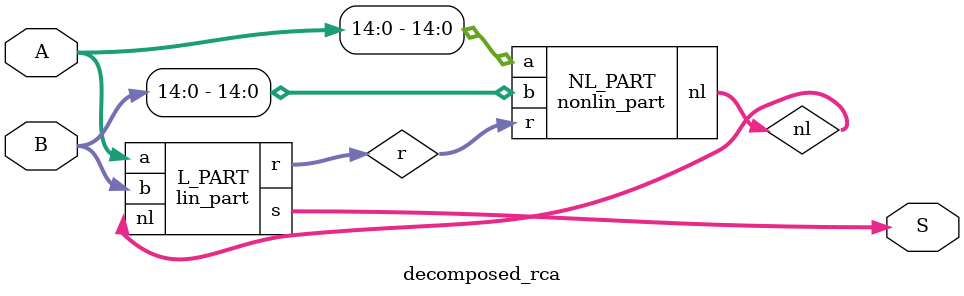
<source format=v>


module nonlin_part ( a, b, r, nl );
  input [14:0] a;
  input [14:0] b;
  input [12:0] r;
  output [42:0] nl;


  AN2D0 U1 ( .A1(r[1]), .A2(b[3]), .Z(nl[9]) );
  AN2D0 U2 ( .A1(a[3]), .A2(r[1]), .Z(nl[8]) );
  AN2D0 U3 ( .A1(a[3]), .A2(b[3]), .Z(nl[7]) );
  AN2D0 U4 ( .A1(r[0]), .A2(b[2]), .Z(nl[6]) );
  AN2D0 U5 ( .A1(a[2]), .A2(r[0]), .Z(nl[5]) );
  AN2D0 U6 ( .A1(a[2]), .A2(b[2]), .Z(nl[4]) );
  AN2D0 U7 ( .A1(r[12]), .A2(b[14]), .Z(nl[42]) );
  AN2D0 U8 ( .A1(a[14]), .A2(r[12]), .Z(nl[41]) );
  AN2D0 U9 ( .A1(a[14]), .A2(b[14]), .Z(nl[40]) );
  AN2D0 U10 ( .A1(b[1]), .A2(nl[0]), .Z(nl[3]) );
  AN2D0 U11 ( .A1(r[11]), .A2(b[13]), .Z(nl[39]) );
  AN2D0 U12 ( .A1(a[13]), .A2(r[11]), .Z(nl[38]) );
  AN2D0 U13 ( .A1(a[13]), .A2(b[13]), .Z(nl[37]) );
  AN2D0 U14 ( .A1(r[10]), .A2(b[12]), .Z(nl[36]) );
  AN2D0 U15 ( .A1(a[12]), .A2(r[10]), .Z(nl[35]) );
  AN2D0 U16 ( .A1(a[12]), .A2(b[12]), .Z(nl[34]) );
  AN2D0 U17 ( .A1(r[9]), .A2(b[11]), .Z(nl[33]) );
  AN2D0 U18 ( .A1(a[11]), .A2(r[9]), .Z(nl[32]) );
  AN2D0 U19 ( .A1(a[11]), .A2(b[11]), .Z(nl[31]) );
  AN2D0 U20 ( .A1(r[8]), .A2(b[10]), .Z(nl[30]) );
  AN2D0 U21 ( .A1(a[1]), .A2(nl[0]), .Z(nl[2]) );
  AN2D0 U22 ( .A1(a[10]), .A2(r[8]), .Z(nl[29]) );
  AN2D0 U23 ( .A1(a[10]), .A2(b[10]), .Z(nl[28]) );
  AN2D0 U24 ( .A1(r[7]), .A2(b[9]), .Z(nl[27]) );
  AN2D0 U25 ( .A1(a[9]), .A2(r[7]), .Z(nl[26]) );
  AN2D0 U26 ( .A1(a[9]), .A2(b[9]), .Z(nl[25]) );
  AN2D0 U27 ( .A1(r[6]), .A2(b[8]), .Z(nl[24]) );
  AN2D0 U28 ( .A1(a[8]), .A2(r[6]), .Z(nl[23]) );
  AN2D0 U29 ( .A1(a[8]), .A2(b[8]), .Z(nl[22]) );
  AN2D0 U30 ( .A1(r[5]), .A2(b[7]), .Z(nl[21]) );
  AN2D0 U31 ( .A1(a[7]), .A2(r[5]), .Z(nl[20]) );
  AN2D0 U32 ( .A1(a[1]), .A2(b[1]), .Z(nl[1]) );
  AN2D0 U33 ( .A1(a[7]), .A2(b[7]), .Z(nl[19]) );
  AN2D0 U34 ( .A1(r[4]), .A2(b[6]), .Z(nl[18]) );
  AN2D0 U35 ( .A1(a[6]), .A2(r[4]), .Z(nl[17]) );
  AN2D0 U36 ( .A1(a[6]), .A2(b[6]), .Z(nl[16]) );
  AN2D0 U37 ( .A1(r[3]), .A2(b[5]), .Z(nl[15]) );
  AN2D0 U38 ( .A1(a[5]), .A2(r[3]), .Z(nl[14]) );
  AN2D0 U39 ( .A1(a[5]), .A2(b[5]), .Z(nl[13]) );
  AN2D0 U40 ( .A1(r[2]), .A2(b[4]), .Z(nl[12]) );
  AN2D0 U41 ( .A1(a[4]), .A2(r[2]), .Z(nl[11]) );
  AN2D0 U42 ( .A1(a[4]), .A2(b[4]), .Z(nl[10]) );
  AN2D0 U43 ( .A1(b[0]), .A2(a[0]), .Z(nl[0]) );
endmodule


module lin_part ( a, b, nl, s, r );
  input [15:0] a;
  input [15:0] b;
  input [42:0] nl;
  output [15:0] s;
  output [12:0] r;
  wire   n1;

  XOR3D0 U1 ( .A1(b[9]), .A2(a[9]), .A3(r[7]), .Z(s[9]) );
  XOR3D0 U2 ( .A1(b[8]), .A2(a[8]), .A3(r[6]), .Z(s[8]) );
  XOR3D0 U3 ( .A1(b[7]), .A2(a[7]), .A3(r[5]), .Z(s[7]) );
  XOR3D0 U4 ( .A1(b[6]), .A2(a[6]), .A3(r[4]), .Z(s[6]) );
  XOR3D0 U5 ( .A1(b[5]), .A2(a[5]), .A3(r[3]), .Z(s[5]) );
  XOR3D0 U6 ( .A1(b[4]), .A2(a[4]), .A3(r[2]), .Z(s[4]) );
  XOR3D0 U7 ( .A1(b[3]), .A2(a[3]), .A3(r[1]), .Z(s[3]) );
  XOR3D0 U8 ( .A1(b[2]), .A2(a[2]), .A3(r[0]), .Z(s[2]) );
  XOR3D0 U9 ( .A1(nl[0]), .A2(b[1]), .A3(a[1]), .Z(s[1]) );
  XOR3D0 U10 ( .A1(b[15]), .A2(a[15]), .A3(n1), .Z(s[15]) );
  XOR3D0 U11 ( .A1(nl[42]), .A2(nl[41]), .A3(nl[40]), .Z(n1) );
  XOR3D0 U12 ( .A1(b[14]), .A2(a[14]), .A3(r[12]), .Z(s[14]) );
  XOR3D0 U13 ( .A1(b[13]), .A2(a[13]), .A3(r[11]), .Z(s[13]) );
  XOR3D0 U14 ( .A1(b[12]), .A2(a[12]), .A3(r[10]), .Z(s[12]) );
  XOR3D0 U15 ( .A1(b[11]), .A2(a[11]), .A3(r[9]), .Z(s[11]) );
  XOR3D0 U16 ( .A1(b[10]), .A2(a[10]), .A3(r[8]), .Z(s[10]) );
  XOR2D0 U17 ( .A1(b[0]), .A2(a[0]), .Z(s[0]) );
  XOR3D0 U18 ( .A1(nl[30]), .A2(nl[29]), .A3(nl[28]), .Z(r[9]) );
  XOR3D0 U19 ( .A1(nl[27]), .A2(nl[26]), .A3(nl[25]), .Z(r[8]) );
  XOR3D0 U20 ( .A1(nl[24]), .A2(nl[23]), .A3(nl[22]), .Z(r[7]) );
  XOR3D0 U21 ( .A1(nl[21]), .A2(nl[20]), .A3(nl[19]), .Z(r[6]) );
  XOR3D0 U22 ( .A1(nl[18]), .A2(nl[17]), .A3(nl[16]), .Z(r[5]) );
  XOR3D0 U23 ( .A1(nl[15]), .A2(nl[14]), .A3(nl[13]), .Z(r[4]) );
  XOR3D0 U24 ( .A1(nl[12]), .A2(nl[11]), .A3(nl[10]), .Z(r[3]) );
  XOR3D0 U25 ( .A1(nl[9]), .A2(nl[8]), .A3(nl[7]), .Z(r[2]) );
  XOR3D0 U26 ( .A1(nl[6]), .A2(nl[5]), .A3(nl[4]), .Z(r[1]) );
  XOR3D0 U27 ( .A1(nl[39]), .A2(nl[38]), .A3(nl[37]), .Z(r[12]) );
  XOR3D0 U28 ( .A1(nl[36]), .A2(nl[35]), .A3(nl[34]), .Z(r[11]) );
  XOR3D0 U29 ( .A1(nl[33]), .A2(nl[32]), .A3(nl[31]), .Z(r[10]) );
  XOR3D0 U30 ( .A1(nl[3]), .A2(nl[2]), .A3(nl[1]), .Z(r[0]) );
endmodule


module decomposed_rca ( A, B, S );
  input [15:0] A;
  input [15:0] B;
  output [15:0] S;

  wire   [12:0] r;
  wire   [42:0] nl;

  nonlin_part NL_PART ( .a(A[14:0]), .b(B[14:0]), .r(r), .nl(nl) );
  lin_part L_PART ( .a(A), .b(B), .nl(nl), .s(S), .r(r) );
endmodule


</source>
